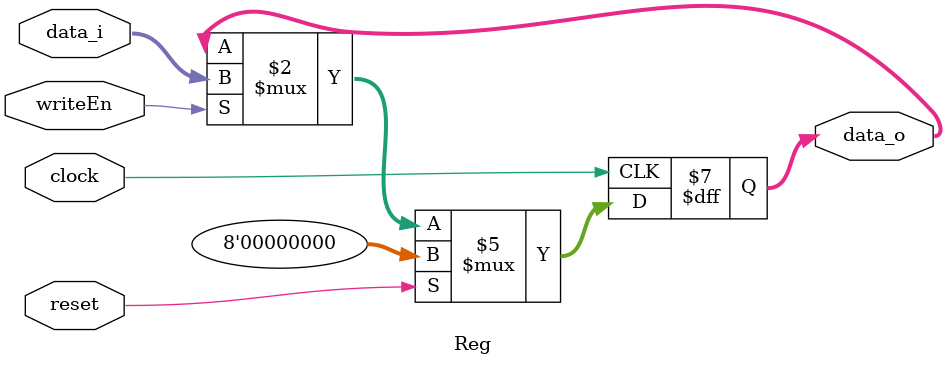
<source format=v>
module Reg(clock,reset,data_i,writeEn,data_o);
   parameter Size = 8;

   input wire [('b1) - ('b1):0]  clock;
   input wire [('b1) - ('b1):0]  reset;
   input wire [(Size) - ('b1):0] data_i;
   input wire [('b1) - ('b1):0]  writeEn;

   output reg [(Size) - ('b1):0] data_o;

   always @ (posedge clock) begin
      if (reset) begin
	 data_o <= {Size{1'b0}};
      end
      else begin
	if (writeEn) begin
	   data_o <= data_i;
	end
      end
   end
endmodule // Reg

</source>
